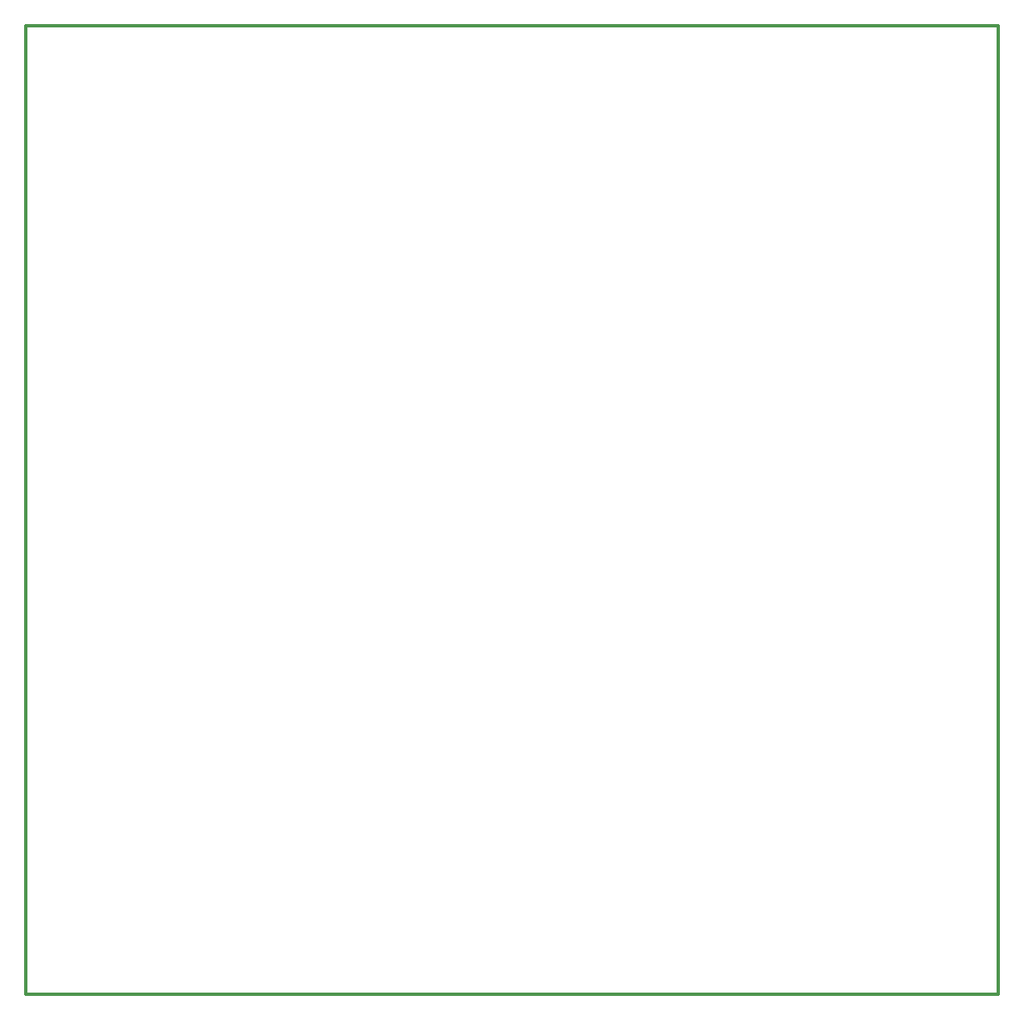
<source format=gtp>
G75*
G70*
%OFA0B0*%
%FSLAX24Y24*%
%IPPOS*%
%LPD*%
%AMOC8*
5,1,8,0,0,1.08239X$1,22.5*
%
%ADD10C,0.0120*%
D10*
X001767Y017570D02*
X001767Y056440D01*
X040759Y056440D01*
X040759Y017570D01*
X001767Y017570D01*
M02*

</source>
